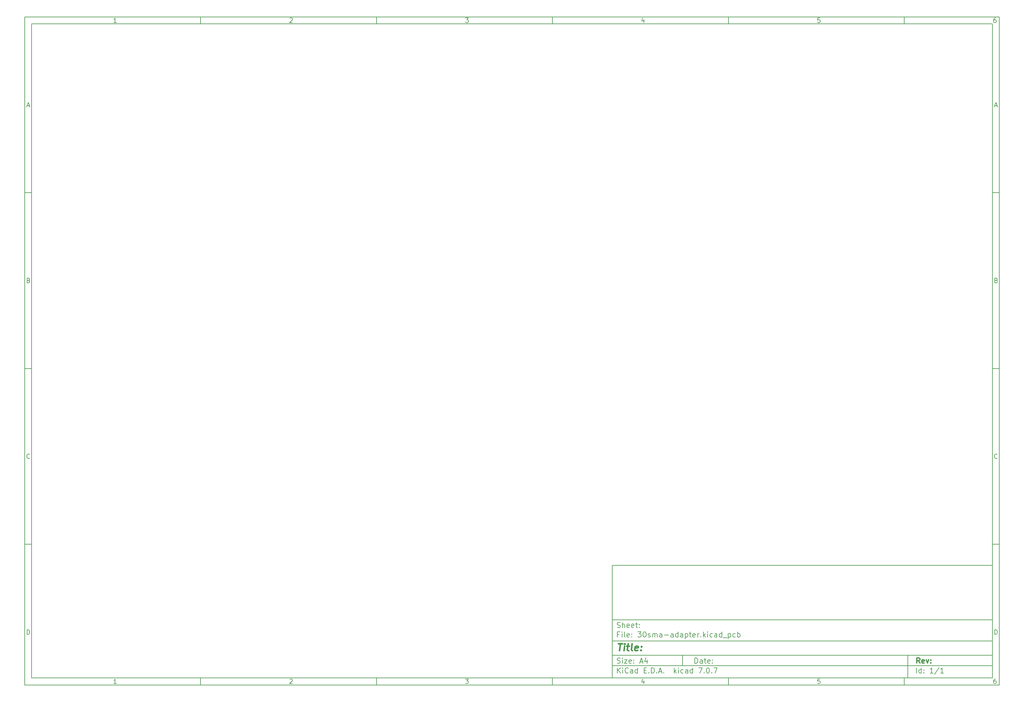
<source format=gbr>
%TF.GenerationSoftware,KiCad,Pcbnew,7.0.7*%
%TF.CreationDate,2023-09-22T00:52:09+02:00*%
%TF.ProjectId,30sma-adapter,3330736d-612d-4616-9461-707465722e6b,rev?*%
%TF.SameCoordinates,Original*%
%TF.FileFunction,Glue,Bot*%
%TF.FilePolarity,Positive*%
%FSLAX46Y46*%
G04 Gerber Fmt 4.6, Leading zero omitted, Abs format (unit mm)*
G04 Created by KiCad (PCBNEW 7.0.7) date 2023-09-22 00:52:09*
%MOMM*%
%LPD*%
G01*
G04 APERTURE LIST*
%ADD10C,0.100000*%
%ADD11C,0.150000*%
%ADD12C,0.300000*%
%ADD13C,0.400000*%
G04 APERTURE END LIST*
D10*
D11*
X177002200Y-166007200D02*
X285002200Y-166007200D01*
X285002200Y-198007200D01*
X177002200Y-198007200D01*
X177002200Y-166007200D01*
D10*
D11*
X10000000Y-10000000D02*
X287002200Y-10000000D01*
X287002200Y-200007200D01*
X10000000Y-200007200D01*
X10000000Y-10000000D01*
D10*
D11*
X12000000Y-12000000D02*
X285002200Y-12000000D01*
X285002200Y-198007200D01*
X12000000Y-198007200D01*
X12000000Y-12000000D01*
D10*
D11*
X60000000Y-12000000D02*
X60000000Y-10000000D01*
D10*
D11*
X110000000Y-12000000D02*
X110000000Y-10000000D01*
D10*
D11*
X160000000Y-12000000D02*
X160000000Y-10000000D01*
D10*
D11*
X210000000Y-12000000D02*
X210000000Y-10000000D01*
D10*
D11*
X260000000Y-12000000D02*
X260000000Y-10000000D01*
D10*
D11*
X36089160Y-11593604D02*
X35346303Y-11593604D01*
X35717731Y-11593604D02*
X35717731Y-10293604D01*
X35717731Y-10293604D02*
X35593922Y-10479319D01*
X35593922Y-10479319D02*
X35470112Y-10603128D01*
X35470112Y-10603128D02*
X35346303Y-10665033D01*
D10*
D11*
X85346303Y-10417414D02*
X85408207Y-10355509D01*
X85408207Y-10355509D02*
X85532017Y-10293604D01*
X85532017Y-10293604D02*
X85841541Y-10293604D01*
X85841541Y-10293604D02*
X85965350Y-10355509D01*
X85965350Y-10355509D02*
X86027255Y-10417414D01*
X86027255Y-10417414D02*
X86089160Y-10541223D01*
X86089160Y-10541223D02*
X86089160Y-10665033D01*
X86089160Y-10665033D02*
X86027255Y-10850747D01*
X86027255Y-10850747D02*
X85284398Y-11593604D01*
X85284398Y-11593604D02*
X86089160Y-11593604D01*
D10*
D11*
X135284398Y-10293604D02*
X136089160Y-10293604D01*
X136089160Y-10293604D02*
X135655826Y-10788842D01*
X135655826Y-10788842D02*
X135841541Y-10788842D01*
X135841541Y-10788842D02*
X135965350Y-10850747D01*
X135965350Y-10850747D02*
X136027255Y-10912652D01*
X136027255Y-10912652D02*
X136089160Y-11036461D01*
X136089160Y-11036461D02*
X136089160Y-11345985D01*
X136089160Y-11345985D02*
X136027255Y-11469795D01*
X136027255Y-11469795D02*
X135965350Y-11531700D01*
X135965350Y-11531700D02*
X135841541Y-11593604D01*
X135841541Y-11593604D02*
X135470112Y-11593604D01*
X135470112Y-11593604D02*
X135346303Y-11531700D01*
X135346303Y-11531700D02*
X135284398Y-11469795D01*
D10*
D11*
X185965350Y-10726938D02*
X185965350Y-11593604D01*
X185655826Y-10231700D02*
X185346303Y-11160271D01*
X185346303Y-11160271D02*
X186151064Y-11160271D01*
D10*
D11*
X236027255Y-10293604D02*
X235408207Y-10293604D01*
X235408207Y-10293604D02*
X235346303Y-10912652D01*
X235346303Y-10912652D02*
X235408207Y-10850747D01*
X235408207Y-10850747D02*
X235532017Y-10788842D01*
X235532017Y-10788842D02*
X235841541Y-10788842D01*
X235841541Y-10788842D02*
X235965350Y-10850747D01*
X235965350Y-10850747D02*
X236027255Y-10912652D01*
X236027255Y-10912652D02*
X236089160Y-11036461D01*
X236089160Y-11036461D02*
X236089160Y-11345985D01*
X236089160Y-11345985D02*
X236027255Y-11469795D01*
X236027255Y-11469795D02*
X235965350Y-11531700D01*
X235965350Y-11531700D02*
X235841541Y-11593604D01*
X235841541Y-11593604D02*
X235532017Y-11593604D01*
X235532017Y-11593604D02*
X235408207Y-11531700D01*
X235408207Y-11531700D02*
X235346303Y-11469795D01*
D10*
D11*
X285965350Y-10293604D02*
X285717731Y-10293604D01*
X285717731Y-10293604D02*
X285593922Y-10355509D01*
X285593922Y-10355509D02*
X285532017Y-10417414D01*
X285532017Y-10417414D02*
X285408207Y-10603128D01*
X285408207Y-10603128D02*
X285346303Y-10850747D01*
X285346303Y-10850747D02*
X285346303Y-11345985D01*
X285346303Y-11345985D02*
X285408207Y-11469795D01*
X285408207Y-11469795D02*
X285470112Y-11531700D01*
X285470112Y-11531700D02*
X285593922Y-11593604D01*
X285593922Y-11593604D02*
X285841541Y-11593604D01*
X285841541Y-11593604D02*
X285965350Y-11531700D01*
X285965350Y-11531700D02*
X286027255Y-11469795D01*
X286027255Y-11469795D02*
X286089160Y-11345985D01*
X286089160Y-11345985D02*
X286089160Y-11036461D01*
X286089160Y-11036461D02*
X286027255Y-10912652D01*
X286027255Y-10912652D02*
X285965350Y-10850747D01*
X285965350Y-10850747D02*
X285841541Y-10788842D01*
X285841541Y-10788842D02*
X285593922Y-10788842D01*
X285593922Y-10788842D02*
X285470112Y-10850747D01*
X285470112Y-10850747D02*
X285408207Y-10912652D01*
X285408207Y-10912652D02*
X285346303Y-11036461D01*
D10*
D11*
X60000000Y-198007200D02*
X60000000Y-200007200D01*
D10*
D11*
X110000000Y-198007200D02*
X110000000Y-200007200D01*
D10*
D11*
X160000000Y-198007200D02*
X160000000Y-200007200D01*
D10*
D11*
X210000000Y-198007200D02*
X210000000Y-200007200D01*
D10*
D11*
X260000000Y-198007200D02*
X260000000Y-200007200D01*
D10*
D11*
X36089160Y-199600804D02*
X35346303Y-199600804D01*
X35717731Y-199600804D02*
X35717731Y-198300804D01*
X35717731Y-198300804D02*
X35593922Y-198486519D01*
X35593922Y-198486519D02*
X35470112Y-198610328D01*
X35470112Y-198610328D02*
X35346303Y-198672233D01*
D10*
D11*
X85346303Y-198424614D02*
X85408207Y-198362709D01*
X85408207Y-198362709D02*
X85532017Y-198300804D01*
X85532017Y-198300804D02*
X85841541Y-198300804D01*
X85841541Y-198300804D02*
X85965350Y-198362709D01*
X85965350Y-198362709D02*
X86027255Y-198424614D01*
X86027255Y-198424614D02*
X86089160Y-198548423D01*
X86089160Y-198548423D02*
X86089160Y-198672233D01*
X86089160Y-198672233D02*
X86027255Y-198857947D01*
X86027255Y-198857947D02*
X85284398Y-199600804D01*
X85284398Y-199600804D02*
X86089160Y-199600804D01*
D10*
D11*
X135284398Y-198300804D02*
X136089160Y-198300804D01*
X136089160Y-198300804D02*
X135655826Y-198796042D01*
X135655826Y-198796042D02*
X135841541Y-198796042D01*
X135841541Y-198796042D02*
X135965350Y-198857947D01*
X135965350Y-198857947D02*
X136027255Y-198919852D01*
X136027255Y-198919852D02*
X136089160Y-199043661D01*
X136089160Y-199043661D02*
X136089160Y-199353185D01*
X136089160Y-199353185D02*
X136027255Y-199476995D01*
X136027255Y-199476995D02*
X135965350Y-199538900D01*
X135965350Y-199538900D02*
X135841541Y-199600804D01*
X135841541Y-199600804D02*
X135470112Y-199600804D01*
X135470112Y-199600804D02*
X135346303Y-199538900D01*
X135346303Y-199538900D02*
X135284398Y-199476995D01*
D10*
D11*
X185965350Y-198734138D02*
X185965350Y-199600804D01*
X185655826Y-198238900D02*
X185346303Y-199167471D01*
X185346303Y-199167471D02*
X186151064Y-199167471D01*
D10*
D11*
X236027255Y-198300804D02*
X235408207Y-198300804D01*
X235408207Y-198300804D02*
X235346303Y-198919852D01*
X235346303Y-198919852D02*
X235408207Y-198857947D01*
X235408207Y-198857947D02*
X235532017Y-198796042D01*
X235532017Y-198796042D02*
X235841541Y-198796042D01*
X235841541Y-198796042D02*
X235965350Y-198857947D01*
X235965350Y-198857947D02*
X236027255Y-198919852D01*
X236027255Y-198919852D02*
X236089160Y-199043661D01*
X236089160Y-199043661D02*
X236089160Y-199353185D01*
X236089160Y-199353185D02*
X236027255Y-199476995D01*
X236027255Y-199476995D02*
X235965350Y-199538900D01*
X235965350Y-199538900D02*
X235841541Y-199600804D01*
X235841541Y-199600804D02*
X235532017Y-199600804D01*
X235532017Y-199600804D02*
X235408207Y-199538900D01*
X235408207Y-199538900D02*
X235346303Y-199476995D01*
D10*
D11*
X285965350Y-198300804D02*
X285717731Y-198300804D01*
X285717731Y-198300804D02*
X285593922Y-198362709D01*
X285593922Y-198362709D02*
X285532017Y-198424614D01*
X285532017Y-198424614D02*
X285408207Y-198610328D01*
X285408207Y-198610328D02*
X285346303Y-198857947D01*
X285346303Y-198857947D02*
X285346303Y-199353185D01*
X285346303Y-199353185D02*
X285408207Y-199476995D01*
X285408207Y-199476995D02*
X285470112Y-199538900D01*
X285470112Y-199538900D02*
X285593922Y-199600804D01*
X285593922Y-199600804D02*
X285841541Y-199600804D01*
X285841541Y-199600804D02*
X285965350Y-199538900D01*
X285965350Y-199538900D02*
X286027255Y-199476995D01*
X286027255Y-199476995D02*
X286089160Y-199353185D01*
X286089160Y-199353185D02*
X286089160Y-199043661D01*
X286089160Y-199043661D02*
X286027255Y-198919852D01*
X286027255Y-198919852D02*
X285965350Y-198857947D01*
X285965350Y-198857947D02*
X285841541Y-198796042D01*
X285841541Y-198796042D02*
X285593922Y-198796042D01*
X285593922Y-198796042D02*
X285470112Y-198857947D01*
X285470112Y-198857947D02*
X285408207Y-198919852D01*
X285408207Y-198919852D02*
X285346303Y-199043661D01*
D10*
D11*
X10000000Y-60000000D02*
X12000000Y-60000000D01*
D10*
D11*
X10000000Y-110000000D02*
X12000000Y-110000000D01*
D10*
D11*
X10000000Y-160000000D02*
X12000000Y-160000000D01*
D10*
D11*
X10690476Y-35222176D02*
X11309523Y-35222176D01*
X10566666Y-35593604D02*
X10999999Y-34293604D01*
X10999999Y-34293604D02*
X11433333Y-35593604D01*
D10*
D11*
X11092857Y-84912652D02*
X11278571Y-84974557D01*
X11278571Y-84974557D02*
X11340476Y-85036461D01*
X11340476Y-85036461D02*
X11402380Y-85160271D01*
X11402380Y-85160271D02*
X11402380Y-85345985D01*
X11402380Y-85345985D02*
X11340476Y-85469795D01*
X11340476Y-85469795D02*
X11278571Y-85531700D01*
X11278571Y-85531700D02*
X11154761Y-85593604D01*
X11154761Y-85593604D02*
X10659523Y-85593604D01*
X10659523Y-85593604D02*
X10659523Y-84293604D01*
X10659523Y-84293604D02*
X11092857Y-84293604D01*
X11092857Y-84293604D02*
X11216666Y-84355509D01*
X11216666Y-84355509D02*
X11278571Y-84417414D01*
X11278571Y-84417414D02*
X11340476Y-84541223D01*
X11340476Y-84541223D02*
X11340476Y-84665033D01*
X11340476Y-84665033D02*
X11278571Y-84788842D01*
X11278571Y-84788842D02*
X11216666Y-84850747D01*
X11216666Y-84850747D02*
X11092857Y-84912652D01*
X11092857Y-84912652D02*
X10659523Y-84912652D01*
D10*
D11*
X11402380Y-135469795D02*
X11340476Y-135531700D01*
X11340476Y-135531700D02*
X11154761Y-135593604D01*
X11154761Y-135593604D02*
X11030952Y-135593604D01*
X11030952Y-135593604D02*
X10845238Y-135531700D01*
X10845238Y-135531700D02*
X10721428Y-135407890D01*
X10721428Y-135407890D02*
X10659523Y-135284080D01*
X10659523Y-135284080D02*
X10597619Y-135036461D01*
X10597619Y-135036461D02*
X10597619Y-134850747D01*
X10597619Y-134850747D02*
X10659523Y-134603128D01*
X10659523Y-134603128D02*
X10721428Y-134479319D01*
X10721428Y-134479319D02*
X10845238Y-134355509D01*
X10845238Y-134355509D02*
X11030952Y-134293604D01*
X11030952Y-134293604D02*
X11154761Y-134293604D01*
X11154761Y-134293604D02*
X11340476Y-134355509D01*
X11340476Y-134355509D02*
X11402380Y-134417414D01*
D10*
D11*
X10659523Y-185593604D02*
X10659523Y-184293604D01*
X10659523Y-184293604D02*
X10969047Y-184293604D01*
X10969047Y-184293604D02*
X11154761Y-184355509D01*
X11154761Y-184355509D02*
X11278571Y-184479319D01*
X11278571Y-184479319D02*
X11340476Y-184603128D01*
X11340476Y-184603128D02*
X11402380Y-184850747D01*
X11402380Y-184850747D02*
X11402380Y-185036461D01*
X11402380Y-185036461D02*
X11340476Y-185284080D01*
X11340476Y-185284080D02*
X11278571Y-185407890D01*
X11278571Y-185407890D02*
X11154761Y-185531700D01*
X11154761Y-185531700D02*
X10969047Y-185593604D01*
X10969047Y-185593604D02*
X10659523Y-185593604D01*
D10*
D11*
X287002200Y-60000000D02*
X285002200Y-60000000D01*
D10*
D11*
X287002200Y-110000000D02*
X285002200Y-110000000D01*
D10*
D11*
X287002200Y-160000000D02*
X285002200Y-160000000D01*
D10*
D11*
X285692676Y-35222176D02*
X286311723Y-35222176D01*
X285568866Y-35593604D02*
X286002199Y-34293604D01*
X286002199Y-34293604D02*
X286435533Y-35593604D01*
D10*
D11*
X286095057Y-84912652D02*
X286280771Y-84974557D01*
X286280771Y-84974557D02*
X286342676Y-85036461D01*
X286342676Y-85036461D02*
X286404580Y-85160271D01*
X286404580Y-85160271D02*
X286404580Y-85345985D01*
X286404580Y-85345985D02*
X286342676Y-85469795D01*
X286342676Y-85469795D02*
X286280771Y-85531700D01*
X286280771Y-85531700D02*
X286156961Y-85593604D01*
X286156961Y-85593604D02*
X285661723Y-85593604D01*
X285661723Y-85593604D02*
X285661723Y-84293604D01*
X285661723Y-84293604D02*
X286095057Y-84293604D01*
X286095057Y-84293604D02*
X286218866Y-84355509D01*
X286218866Y-84355509D02*
X286280771Y-84417414D01*
X286280771Y-84417414D02*
X286342676Y-84541223D01*
X286342676Y-84541223D02*
X286342676Y-84665033D01*
X286342676Y-84665033D02*
X286280771Y-84788842D01*
X286280771Y-84788842D02*
X286218866Y-84850747D01*
X286218866Y-84850747D02*
X286095057Y-84912652D01*
X286095057Y-84912652D02*
X285661723Y-84912652D01*
D10*
D11*
X286404580Y-135469795D02*
X286342676Y-135531700D01*
X286342676Y-135531700D02*
X286156961Y-135593604D01*
X286156961Y-135593604D02*
X286033152Y-135593604D01*
X286033152Y-135593604D02*
X285847438Y-135531700D01*
X285847438Y-135531700D02*
X285723628Y-135407890D01*
X285723628Y-135407890D02*
X285661723Y-135284080D01*
X285661723Y-135284080D02*
X285599819Y-135036461D01*
X285599819Y-135036461D02*
X285599819Y-134850747D01*
X285599819Y-134850747D02*
X285661723Y-134603128D01*
X285661723Y-134603128D02*
X285723628Y-134479319D01*
X285723628Y-134479319D02*
X285847438Y-134355509D01*
X285847438Y-134355509D02*
X286033152Y-134293604D01*
X286033152Y-134293604D02*
X286156961Y-134293604D01*
X286156961Y-134293604D02*
X286342676Y-134355509D01*
X286342676Y-134355509D02*
X286404580Y-134417414D01*
D10*
D11*
X285661723Y-185593604D02*
X285661723Y-184293604D01*
X285661723Y-184293604D02*
X285971247Y-184293604D01*
X285971247Y-184293604D02*
X286156961Y-184355509D01*
X286156961Y-184355509D02*
X286280771Y-184479319D01*
X286280771Y-184479319D02*
X286342676Y-184603128D01*
X286342676Y-184603128D02*
X286404580Y-184850747D01*
X286404580Y-184850747D02*
X286404580Y-185036461D01*
X286404580Y-185036461D02*
X286342676Y-185284080D01*
X286342676Y-185284080D02*
X286280771Y-185407890D01*
X286280771Y-185407890D02*
X286156961Y-185531700D01*
X286156961Y-185531700D02*
X285971247Y-185593604D01*
X285971247Y-185593604D02*
X285661723Y-185593604D01*
D10*
D11*
X200458026Y-193793328D02*
X200458026Y-192293328D01*
X200458026Y-192293328D02*
X200815169Y-192293328D01*
X200815169Y-192293328D02*
X201029455Y-192364757D01*
X201029455Y-192364757D02*
X201172312Y-192507614D01*
X201172312Y-192507614D02*
X201243741Y-192650471D01*
X201243741Y-192650471D02*
X201315169Y-192936185D01*
X201315169Y-192936185D02*
X201315169Y-193150471D01*
X201315169Y-193150471D02*
X201243741Y-193436185D01*
X201243741Y-193436185D02*
X201172312Y-193579042D01*
X201172312Y-193579042D02*
X201029455Y-193721900D01*
X201029455Y-193721900D02*
X200815169Y-193793328D01*
X200815169Y-193793328D02*
X200458026Y-193793328D01*
X202600884Y-193793328D02*
X202600884Y-193007614D01*
X202600884Y-193007614D02*
X202529455Y-192864757D01*
X202529455Y-192864757D02*
X202386598Y-192793328D01*
X202386598Y-192793328D02*
X202100884Y-192793328D01*
X202100884Y-192793328D02*
X201958026Y-192864757D01*
X202600884Y-193721900D02*
X202458026Y-193793328D01*
X202458026Y-193793328D02*
X202100884Y-193793328D01*
X202100884Y-193793328D02*
X201958026Y-193721900D01*
X201958026Y-193721900D02*
X201886598Y-193579042D01*
X201886598Y-193579042D02*
X201886598Y-193436185D01*
X201886598Y-193436185D02*
X201958026Y-193293328D01*
X201958026Y-193293328D02*
X202100884Y-193221900D01*
X202100884Y-193221900D02*
X202458026Y-193221900D01*
X202458026Y-193221900D02*
X202600884Y-193150471D01*
X203100884Y-192793328D02*
X203672312Y-192793328D01*
X203315169Y-192293328D02*
X203315169Y-193579042D01*
X203315169Y-193579042D02*
X203386598Y-193721900D01*
X203386598Y-193721900D02*
X203529455Y-193793328D01*
X203529455Y-193793328D02*
X203672312Y-193793328D01*
X204743741Y-193721900D02*
X204600884Y-193793328D01*
X204600884Y-193793328D02*
X204315170Y-193793328D01*
X204315170Y-193793328D02*
X204172312Y-193721900D01*
X204172312Y-193721900D02*
X204100884Y-193579042D01*
X204100884Y-193579042D02*
X204100884Y-193007614D01*
X204100884Y-193007614D02*
X204172312Y-192864757D01*
X204172312Y-192864757D02*
X204315170Y-192793328D01*
X204315170Y-192793328D02*
X204600884Y-192793328D01*
X204600884Y-192793328D02*
X204743741Y-192864757D01*
X204743741Y-192864757D02*
X204815170Y-193007614D01*
X204815170Y-193007614D02*
X204815170Y-193150471D01*
X204815170Y-193150471D02*
X204100884Y-193293328D01*
X205458026Y-193650471D02*
X205529455Y-193721900D01*
X205529455Y-193721900D02*
X205458026Y-193793328D01*
X205458026Y-193793328D02*
X205386598Y-193721900D01*
X205386598Y-193721900D02*
X205458026Y-193650471D01*
X205458026Y-193650471D02*
X205458026Y-193793328D01*
X205458026Y-192864757D02*
X205529455Y-192936185D01*
X205529455Y-192936185D02*
X205458026Y-193007614D01*
X205458026Y-193007614D02*
X205386598Y-192936185D01*
X205386598Y-192936185D02*
X205458026Y-192864757D01*
X205458026Y-192864757D02*
X205458026Y-193007614D01*
D10*
D11*
X177002200Y-194507200D02*
X285002200Y-194507200D01*
D10*
D11*
X178458026Y-196593328D02*
X178458026Y-195093328D01*
X179315169Y-196593328D02*
X178672312Y-195736185D01*
X179315169Y-195093328D02*
X178458026Y-195950471D01*
X179958026Y-196593328D02*
X179958026Y-195593328D01*
X179958026Y-195093328D02*
X179886598Y-195164757D01*
X179886598Y-195164757D02*
X179958026Y-195236185D01*
X179958026Y-195236185D02*
X180029455Y-195164757D01*
X180029455Y-195164757D02*
X179958026Y-195093328D01*
X179958026Y-195093328D02*
X179958026Y-195236185D01*
X181529455Y-196450471D02*
X181458027Y-196521900D01*
X181458027Y-196521900D02*
X181243741Y-196593328D01*
X181243741Y-196593328D02*
X181100884Y-196593328D01*
X181100884Y-196593328D02*
X180886598Y-196521900D01*
X180886598Y-196521900D02*
X180743741Y-196379042D01*
X180743741Y-196379042D02*
X180672312Y-196236185D01*
X180672312Y-196236185D02*
X180600884Y-195950471D01*
X180600884Y-195950471D02*
X180600884Y-195736185D01*
X180600884Y-195736185D02*
X180672312Y-195450471D01*
X180672312Y-195450471D02*
X180743741Y-195307614D01*
X180743741Y-195307614D02*
X180886598Y-195164757D01*
X180886598Y-195164757D02*
X181100884Y-195093328D01*
X181100884Y-195093328D02*
X181243741Y-195093328D01*
X181243741Y-195093328D02*
X181458027Y-195164757D01*
X181458027Y-195164757D02*
X181529455Y-195236185D01*
X182815170Y-196593328D02*
X182815170Y-195807614D01*
X182815170Y-195807614D02*
X182743741Y-195664757D01*
X182743741Y-195664757D02*
X182600884Y-195593328D01*
X182600884Y-195593328D02*
X182315170Y-195593328D01*
X182315170Y-195593328D02*
X182172312Y-195664757D01*
X182815170Y-196521900D02*
X182672312Y-196593328D01*
X182672312Y-196593328D02*
X182315170Y-196593328D01*
X182315170Y-196593328D02*
X182172312Y-196521900D01*
X182172312Y-196521900D02*
X182100884Y-196379042D01*
X182100884Y-196379042D02*
X182100884Y-196236185D01*
X182100884Y-196236185D02*
X182172312Y-196093328D01*
X182172312Y-196093328D02*
X182315170Y-196021900D01*
X182315170Y-196021900D02*
X182672312Y-196021900D01*
X182672312Y-196021900D02*
X182815170Y-195950471D01*
X184172313Y-196593328D02*
X184172313Y-195093328D01*
X184172313Y-196521900D02*
X184029455Y-196593328D01*
X184029455Y-196593328D02*
X183743741Y-196593328D01*
X183743741Y-196593328D02*
X183600884Y-196521900D01*
X183600884Y-196521900D02*
X183529455Y-196450471D01*
X183529455Y-196450471D02*
X183458027Y-196307614D01*
X183458027Y-196307614D02*
X183458027Y-195879042D01*
X183458027Y-195879042D02*
X183529455Y-195736185D01*
X183529455Y-195736185D02*
X183600884Y-195664757D01*
X183600884Y-195664757D02*
X183743741Y-195593328D01*
X183743741Y-195593328D02*
X184029455Y-195593328D01*
X184029455Y-195593328D02*
X184172313Y-195664757D01*
X186029455Y-195807614D02*
X186529455Y-195807614D01*
X186743741Y-196593328D02*
X186029455Y-196593328D01*
X186029455Y-196593328D02*
X186029455Y-195093328D01*
X186029455Y-195093328D02*
X186743741Y-195093328D01*
X187386598Y-196450471D02*
X187458027Y-196521900D01*
X187458027Y-196521900D02*
X187386598Y-196593328D01*
X187386598Y-196593328D02*
X187315170Y-196521900D01*
X187315170Y-196521900D02*
X187386598Y-196450471D01*
X187386598Y-196450471D02*
X187386598Y-196593328D01*
X188100884Y-196593328D02*
X188100884Y-195093328D01*
X188100884Y-195093328D02*
X188458027Y-195093328D01*
X188458027Y-195093328D02*
X188672313Y-195164757D01*
X188672313Y-195164757D02*
X188815170Y-195307614D01*
X188815170Y-195307614D02*
X188886599Y-195450471D01*
X188886599Y-195450471D02*
X188958027Y-195736185D01*
X188958027Y-195736185D02*
X188958027Y-195950471D01*
X188958027Y-195950471D02*
X188886599Y-196236185D01*
X188886599Y-196236185D02*
X188815170Y-196379042D01*
X188815170Y-196379042D02*
X188672313Y-196521900D01*
X188672313Y-196521900D02*
X188458027Y-196593328D01*
X188458027Y-196593328D02*
X188100884Y-196593328D01*
X189600884Y-196450471D02*
X189672313Y-196521900D01*
X189672313Y-196521900D02*
X189600884Y-196593328D01*
X189600884Y-196593328D02*
X189529456Y-196521900D01*
X189529456Y-196521900D02*
X189600884Y-196450471D01*
X189600884Y-196450471D02*
X189600884Y-196593328D01*
X190243742Y-196164757D02*
X190958028Y-196164757D01*
X190100885Y-196593328D02*
X190600885Y-195093328D01*
X190600885Y-195093328D02*
X191100885Y-196593328D01*
X191600884Y-196450471D02*
X191672313Y-196521900D01*
X191672313Y-196521900D02*
X191600884Y-196593328D01*
X191600884Y-196593328D02*
X191529456Y-196521900D01*
X191529456Y-196521900D02*
X191600884Y-196450471D01*
X191600884Y-196450471D02*
X191600884Y-196593328D01*
X194600884Y-196593328D02*
X194600884Y-195093328D01*
X194743742Y-196021900D02*
X195172313Y-196593328D01*
X195172313Y-195593328D02*
X194600884Y-196164757D01*
X195815170Y-196593328D02*
X195815170Y-195593328D01*
X195815170Y-195093328D02*
X195743742Y-195164757D01*
X195743742Y-195164757D02*
X195815170Y-195236185D01*
X195815170Y-195236185D02*
X195886599Y-195164757D01*
X195886599Y-195164757D02*
X195815170Y-195093328D01*
X195815170Y-195093328D02*
X195815170Y-195236185D01*
X197172314Y-196521900D02*
X197029456Y-196593328D01*
X197029456Y-196593328D02*
X196743742Y-196593328D01*
X196743742Y-196593328D02*
X196600885Y-196521900D01*
X196600885Y-196521900D02*
X196529456Y-196450471D01*
X196529456Y-196450471D02*
X196458028Y-196307614D01*
X196458028Y-196307614D02*
X196458028Y-195879042D01*
X196458028Y-195879042D02*
X196529456Y-195736185D01*
X196529456Y-195736185D02*
X196600885Y-195664757D01*
X196600885Y-195664757D02*
X196743742Y-195593328D01*
X196743742Y-195593328D02*
X197029456Y-195593328D01*
X197029456Y-195593328D02*
X197172314Y-195664757D01*
X198458028Y-196593328D02*
X198458028Y-195807614D01*
X198458028Y-195807614D02*
X198386599Y-195664757D01*
X198386599Y-195664757D02*
X198243742Y-195593328D01*
X198243742Y-195593328D02*
X197958028Y-195593328D01*
X197958028Y-195593328D02*
X197815170Y-195664757D01*
X198458028Y-196521900D02*
X198315170Y-196593328D01*
X198315170Y-196593328D02*
X197958028Y-196593328D01*
X197958028Y-196593328D02*
X197815170Y-196521900D01*
X197815170Y-196521900D02*
X197743742Y-196379042D01*
X197743742Y-196379042D02*
X197743742Y-196236185D01*
X197743742Y-196236185D02*
X197815170Y-196093328D01*
X197815170Y-196093328D02*
X197958028Y-196021900D01*
X197958028Y-196021900D02*
X198315170Y-196021900D01*
X198315170Y-196021900D02*
X198458028Y-195950471D01*
X199815171Y-196593328D02*
X199815171Y-195093328D01*
X199815171Y-196521900D02*
X199672313Y-196593328D01*
X199672313Y-196593328D02*
X199386599Y-196593328D01*
X199386599Y-196593328D02*
X199243742Y-196521900D01*
X199243742Y-196521900D02*
X199172313Y-196450471D01*
X199172313Y-196450471D02*
X199100885Y-196307614D01*
X199100885Y-196307614D02*
X199100885Y-195879042D01*
X199100885Y-195879042D02*
X199172313Y-195736185D01*
X199172313Y-195736185D02*
X199243742Y-195664757D01*
X199243742Y-195664757D02*
X199386599Y-195593328D01*
X199386599Y-195593328D02*
X199672313Y-195593328D01*
X199672313Y-195593328D02*
X199815171Y-195664757D01*
X201529456Y-195093328D02*
X202529456Y-195093328D01*
X202529456Y-195093328D02*
X201886599Y-196593328D01*
X203100884Y-196450471D02*
X203172313Y-196521900D01*
X203172313Y-196521900D02*
X203100884Y-196593328D01*
X203100884Y-196593328D02*
X203029456Y-196521900D01*
X203029456Y-196521900D02*
X203100884Y-196450471D01*
X203100884Y-196450471D02*
X203100884Y-196593328D01*
X204100885Y-195093328D02*
X204243742Y-195093328D01*
X204243742Y-195093328D02*
X204386599Y-195164757D01*
X204386599Y-195164757D02*
X204458028Y-195236185D01*
X204458028Y-195236185D02*
X204529456Y-195379042D01*
X204529456Y-195379042D02*
X204600885Y-195664757D01*
X204600885Y-195664757D02*
X204600885Y-196021900D01*
X204600885Y-196021900D02*
X204529456Y-196307614D01*
X204529456Y-196307614D02*
X204458028Y-196450471D01*
X204458028Y-196450471D02*
X204386599Y-196521900D01*
X204386599Y-196521900D02*
X204243742Y-196593328D01*
X204243742Y-196593328D02*
X204100885Y-196593328D01*
X204100885Y-196593328D02*
X203958028Y-196521900D01*
X203958028Y-196521900D02*
X203886599Y-196450471D01*
X203886599Y-196450471D02*
X203815170Y-196307614D01*
X203815170Y-196307614D02*
X203743742Y-196021900D01*
X203743742Y-196021900D02*
X203743742Y-195664757D01*
X203743742Y-195664757D02*
X203815170Y-195379042D01*
X203815170Y-195379042D02*
X203886599Y-195236185D01*
X203886599Y-195236185D02*
X203958028Y-195164757D01*
X203958028Y-195164757D02*
X204100885Y-195093328D01*
X205243741Y-196450471D02*
X205315170Y-196521900D01*
X205315170Y-196521900D02*
X205243741Y-196593328D01*
X205243741Y-196593328D02*
X205172313Y-196521900D01*
X205172313Y-196521900D02*
X205243741Y-196450471D01*
X205243741Y-196450471D02*
X205243741Y-196593328D01*
X205815170Y-195093328D02*
X206815170Y-195093328D01*
X206815170Y-195093328D02*
X206172313Y-196593328D01*
D10*
D11*
X177002200Y-191507200D02*
X285002200Y-191507200D01*
D10*
D12*
X264413853Y-193785528D02*
X263913853Y-193071242D01*
X263556710Y-193785528D02*
X263556710Y-192285528D01*
X263556710Y-192285528D02*
X264128139Y-192285528D01*
X264128139Y-192285528D02*
X264270996Y-192356957D01*
X264270996Y-192356957D02*
X264342425Y-192428385D01*
X264342425Y-192428385D02*
X264413853Y-192571242D01*
X264413853Y-192571242D02*
X264413853Y-192785528D01*
X264413853Y-192785528D02*
X264342425Y-192928385D01*
X264342425Y-192928385D02*
X264270996Y-192999814D01*
X264270996Y-192999814D02*
X264128139Y-193071242D01*
X264128139Y-193071242D02*
X263556710Y-193071242D01*
X265628139Y-193714100D02*
X265485282Y-193785528D01*
X265485282Y-193785528D02*
X265199568Y-193785528D01*
X265199568Y-193785528D02*
X265056710Y-193714100D01*
X265056710Y-193714100D02*
X264985282Y-193571242D01*
X264985282Y-193571242D02*
X264985282Y-192999814D01*
X264985282Y-192999814D02*
X265056710Y-192856957D01*
X265056710Y-192856957D02*
X265199568Y-192785528D01*
X265199568Y-192785528D02*
X265485282Y-192785528D01*
X265485282Y-192785528D02*
X265628139Y-192856957D01*
X265628139Y-192856957D02*
X265699568Y-192999814D01*
X265699568Y-192999814D02*
X265699568Y-193142671D01*
X265699568Y-193142671D02*
X264985282Y-193285528D01*
X266199567Y-192785528D02*
X266556710Y-193785528D01*
X266556710Y-193785528D02*
X266913853Y-192785528D01*
X267485281Y-193642671D02*
X267556710Y-193714100D01*
X267556710Y-193714100D02*
X267485281Y-193785528D01*
X267485281Y-193785528D02*
X267413853Y-193714100D01*
X267413853Y-193714100D02*
X267485281Y-193642671D01*
X267485281Y-193642671D02*
X267485281Y-193785528D01*
X267485281Y-192856957D02*
X267556710Y-192928385D01*
X267556710Y-192928385D02*
X267485281Y-192999814D01*
X267485281Y-192999814D02*
X267413853Y-192928385D01*
X267413853Y-192928385D02*
X267485281Y-192856957D01*
X267485281Y-192856957D02*
X267485281Y-192999814D01*
D10*
D11*
X178386598Y-193721900D02*
X178600884Y-193793328D01*
X178600884Y-193793328D02*
X178958026Y-193793328D01*
X178958026Y-193793328D02*
X179100884Y-193721900D01*
X179100884Y-193721900D02*
X179172312Y-193650471D01*
X179172312Y-193650471D02*
X179243741Y-193507614D01*
X179243741Y-193507614D02*
X179243741Y-193364757D01*
X179243741Y-193364757D02*
X179172312Y-193221900D01*
X179172312Y-193221900D02*
X179100884Y-193150471D01*
X179100884Y-193150471D02*
X178958026Y-193079042D01*
X178958026Y-193079042D02*
X178672312Y-193007614D01*
X178672312Y-193007614D02*
X178529455Y-192936185D01*
X178529455Y-192936185D02*
X178458026Y-192864757D01*
X178458026Y-192864757D02*
X178386598Y-192721900D01*
X178386598Y-192721900D02*
X178386598Y-192579042D01*
X178386598Y-192579042D02*
X178458026Y-192436185D01*
X178458026Y-192436185D02*
X178529455Y-192364757D01*
X178529455Y-192364757D02*
X178672312Y-192293328D01*
X178672312Y-192293328D02*
X179029455Y-192293328D01*
X179029455Y-192293328D02*
X179243741Y-192364757D01*
X179886597Y-193793328D02*
X179886597Y-192793328D01*
X179886597Y-192293328D02*
X179815169Y-192364757D01*
X179815169Y-192364757D02*
X179886597Y-192436185D01*
X179886597Y-192436185D02*
X179958026Y-192364757D01*
X179958026Y-192364757D02*
X179886597Y-192293328D01*
X179886597Y-192293328D02*
X179886597Y-192436185D01*
X180458026Y-192793328D02*
X181243741Y-192793328D01*
X181243741Y-192793328D02*
X180458026Y-193793328D01*
X180458026Y-193793328D02*
X181243741Y-193793328D01*
X182386598Y-193721900D02*
X182243741Y-193793328D01*
X182243741Y-193793328D02*
X181958027Y-193793328D01*
X181958027Y-193793328D02*
X181815169Y-193721900D01*
X181815169Y-193721900D02*
X181743741Y-193579042D01*
X181743741Y-193579042D02*
X181743741Y-193007614D01*
X181743741Y-193007614D02*
X181815169Y-192864757D01*
X181815169Y-192864757D02*
X181958027Y-192793328D01*
X181958027Y-192793328D02*
X182243741Y-192793328D01*
X182243741Y-192793328D02*
X182386598Y-192864757D01*
X182386598Y-192864757D02*
X182458027Y-193007614D01*
X182458027Y-193007614D02*
X182458027Y-193150471D01*
X182458027Y-193150471D02*
X181743741Y-193293328D01*
X183100883Y-193650471D02*
X183172312Y-193721900D01*
X183172312Y-193721900D02*
X183100883Y-193793328D01*
X183100883Y-193793328D02*
X183029455Y-193721900D01*
X183029455Y-193721900D02*
X183100883Y-193650471D01*
X183100883Y-193650471D02*
X183100883Y-193793328D01*
X183100883Y-192864757D02*
X183172312Y-192936185D01*
X183172312Y-192936185D02*
X183100883Y-193007614D01*
X183100883Y-193007614D02*
X183029455Y-192936185D01*
X183029455Y-192936185D02*
X183100883Y-192864757D01*
X183100883Y-192864757D02*
X183100883Y-193007614D01*
X184886598Y-193364757D02*
X185600884Y-193364757D01*
X184743741Y-193793328D02*
X185243741Y-192293328D01*
X185243741Y-192293328D02*
X185743741Y-193793328D01*
X186886598Y-192793328D02*
X186886598Y-193793328D01*
X186529455Y-192221900D02*
X186172312Y-193293328D01*
X186172312Y-193293328D02*
X187100883Y-193293328D01*
D10*
D11*
X263458026Y-196593328D02*
X263458026Y-195093328D01*
X264815170Y-196593328D02*
X264815170Y-195093328D01*
X264815170Y-196521900D02*
X264672312Y-196593328D01*
X264672312Y-196593328D02*
X264386598Y-196593328D01*
X264386598Y-196593328D02*
X264243741Y-196521900D01*
X264243741Y-196521900D02*
X264172312Y-196450471D01*
X264172312Y-196450471D02*
X264100884Y-196307614D01*
X264100884Y-196307614D02*
X264100884Y-195879042D01*
X264100884Y-195879042D02*
X264172312Y-195736185D01*
X264172312Y-195736185D02*
X264243741Y-195664757D01*
X264243741Y-195664757D02*
X264386598Y-195593328D01*
X264386598Y-195593328D02*
X264672312Y-195593328D01*
X264672312Y-195593328D02*
X264815170Y-195664757D01*
X265529455Y-196450471D02*
X265600884Y-196521900D01*
X265600884Y-196521900D02*
X265529455Y-196593328D01*
X265529455Y-196593328D02*
X265458027Y-196521900D01*
X265458027Y-196521900D02*
X265529455Y-196450471D01*
X265529455Y-196450471D02*
X265529455Y-196593328D01*
X265529455Y-195664757D02*
X265600884Y-195736185D01*
X265600884Y-195736185D02*
X265529455Y-195807614D01*
X265529455Y-195807614D02*
X265458027Y-195736185D01*
X265458027Y-195736185D02*
X265529455Y-195664757D01*
X265529455Y-195664757D02*
X265529455Y-195807614D01*
X268172313Y-196593328D02*
X267315170Y-196593328D01*
X267743741Y-196593328D02*
X267743741Y-195093328D01*
X267743741Y-195093328D02*
X267600884Y-195307614D01*
X267600884Y-195307614D02*
X267458027Y-195450471D01*
X267458027Y-195450471D02*
X267315170Y-195521900D01*
X269886598Y-195021900D02*
X268600884Y-196950471D01*
X271172313Y-196593328D02*
X270315170Y-196593328D01*
X270743741Y-196593328D02*
X270743741Y-195093328D01*
X270743741Y-195093328D02*
X270600884Y-195307614D01*
X270600884Y-195307614D02*
X270458027Y-195450471D01*
X270458027Y-195450471D02*
X270315170Y-195521900D01*
D10*
D11*
X177002200Y-187507200D02*
X285002200Y-187507200D01*
D10*
D13*
X178693928Y-188211638D02*
X179836785Y-188211638D01*
X179015357Y-190211638D02*
X179265357Y-188211638D01*
X180253452Y-190211638D02*
X180420119Y-188878304D01*
X180503452Y-188211638D02*
X180396309Y-188306876D01*
X180396309Y-188306876D02*
X180479643Y-188402114D01*
X180479643Y-188402114D02*
X180586786Y-188306876D01*
X180586786Y-188306876D02*
X180503452Y-188211638D01*
X180503452Y-188211638D02*
X180479643Y-188402114D01*
X181086786Y-188878304D02*
X181848690Y-188878304D01*
X181455833Y-188211638D02*
X181241548Y-189925923D01*
X181241548Y-189925923D02*
X181312976Y-190116400D01*
X181312976Y-190116400D02*
X181491548Y-190211638D01*
X181491548Y-190211638D02*
X181682024Y-190211638D01*
X182634405Y-190211638D02*
X182455833Y-190116400D01*
X182455833Y-190116400D02*
X182384405Y-189925923D01*
X182384405Y-189925923D02*
X182598690Y-188211638D01*
X184170119Y-190116400D02*
X183967738Y-190211638D01*
X183967738Y-190211638D02*
X183586785Y-190211638D01*
X183586785Y-190211638D02*
X183408214Y-190116400D01*
X183408214Y-190116400D02*
X183336785Y-189925923D01*
X183336785Y-189925923D02*
X183432024Y-189164019D01*
X183432024Y-189164019D02*
X183551071Y-188973542D01*
X183551071Y-188973542D02*
X183753452Y-188878304D01*
X183753452Y-188878304D02*
X184134404Y-188878304D01*
X184134404Y-188878304D02*
X184312976Y-188973542D01*
X184312976Y-188973542D02*
X184384404Y-189164019D01*
X184384404Y-189164019D02*
X184360595Y-189354495D01*
X184360595Y-189354495D02*
X183384404Y-189544971D01*
X185134405Y-190021161D02*
X185217738Y-190116400D01*
X185217738Y-190116400D02*
X185110595Y-190211638D01*
X185110595Y-190211638D02*
X185027262Y-190116400D01*
X185027262Y-190116400D02*
X185134405Y-190021161D01*
X185134405Y-190021161D02*
X185110595Y-190211638D01*
X185265357Y-188973542D02*
X185348690Y-189068780D01*
X185348690Y-189068780D02*
X185241548Y-189164019D01*
X185241548Y-189164019D02*
X185158214Y-189068780D01*
X185158214Y-189068780D02*
X185265357Y-188973542D01*
X185265357Y-188973542D02*
X185241548Y-189164019D01*
D10*
D11*
X178958026Y-185607614D02*
X178458026Y-185607614D01*
X178458026Y-186393328D02*
X178458026Y-184893328D01*
X178458026Y-184893328D02*
X179172312Y-184893328D01*
X179743740Y-186393328D02*
X179743740Y-185393328D01*
X179743740Y-184893328D02*
X179672312Y-184964757D01*
X179672312Y-184964757D02*
X179743740Y-185036185D01*
X179743740Y-185036185D02*
X179815169Y-184964757D01*
X179815169Y-184964757D02*
X179743740Y-184893328D01*
X179743740Y-184893328D02*
X179743740Y-185036185D01*
X180672312Y-186393328D02*
X180529455Y-186321900D01*
X180529455Y-186321900D02*
X180458026Y-186179042D01*
X180458026Y-186179042D02*
X180458026Y-184893328D01*
X181815169Y-186321900D02*
X181672312Y-186393328D01*
X181672312Y-186393328D02*
X181386598Y-186393328D01*
X181386598Y-186393328D02*
X181243740Y-186321900D01*
X181243740Y-186321900D02*
X181172312Y-186179042D01*
X181172312Y-186179042D02*
X181172312Y-185607614D01*
X181172312Y-185607614D02*
X181243740Y-185464757D01*
X181243740Y-185464757D02*
X181386598Y-185393328D01*
X181386598Y-185393328D02*
X181672312Y-185393328D01*
X181672312Y-185393328D02*
X181815169Y-185464757D01*
X181815169Y-185464757D02*
X181886598Y-185607614D01*
X181886598Y-185607614D02*
X181886598Y-185750471D01*
X181886598Y-185750471D02*
X181172312Y-185893328D01*
X182529454Y-186250471D02*
X182600883Y-186321900D01*
X182600883Y-186321900D02*
X182529454Y-186393328D01*
X182529454Y-186393328D02*
X182458026Y-186321900D01*
X182458026Y-186321900D02*
X182529454Y-186250471D01*
X182529454Y-186250471D02*
X182529454Y-186393328D01*
X182529454Y-185464757D02*
X182600883Y-185536185D01*
X182600883Y-185536185D02*
X182529454Y-185607614D01*
X182529454Y-185607614D02*
X182458026Y-185536185D01*
X182458026Y-185536185D02*
X182529454Y-185464757D01*
X182529454Y-185464757D02*
X182529454Y-185607614D01*
X184243740Y-184893328D02*
X185172312Y-184893328D01*
X185172312Y-184893328D02*
X184672312Y-185464757D01*
X184672312Y-185464757D02*
X184886597Y-185464757D01*
X184886597Y-185464757D02*
X185029455Y-185536185D01*
X185029455Y-185536185D02*
X185100883Y-185607614D01*
X185100883Y-185607614D02*
X185172312Y-185750471D01*
X185172312Y-185750471D02*
X185172312Y-186107614D01*
X185172312Y-186107614D02*
X185100883Y-186250471D01*
X185100883Y-186250471D02*
X185029455Y-186321900D01*
X185029455Y-186321900D02*
X184886597Y-186393328D01*
X184886597Y-186393328D02*
X184458026Y-186393328D01*
X184458026Y-186393328D02*
X184315169Y-186321900D01*
X184315169Y-186321900D02*
X184243740Y-186250471D01*
X186100883Y-184893328D02*
X186243740Y-184893328D01*
X186243740Y-184893328D02*
X186386597Y-184964757D01*
X186386597Y-184964757D02*
X186458026Y-185036185D01*
X186458026Y-185036185D02*
X186529454Y-185179042D01*
X186529454Y-185179042D02*
X186600883Y-185464757D01*
X186600883Y-185464757D02*
X186600883Y-185821900D01*
X186600883Y-185821900D02*
X186529454Y-186107614D01*
X186529454Y-186107614D02*
X186458026Y-186250471D01*
X186458026Y-186250471D02*
X186386597Y-186321900D01*
X186386597Y-186321900D02*
X186243740Y-186393328D01*
X186243740Y-186393328D02*
X186100883Y-186393328D01*
X186100883Y-186393328D02*
X185958026Y-186321900D01*
X185958026Y-186321900D02*
X185886597Y-186250471D01*
X185886597Y-186250471D02*
X185815168Y-186107614D01*
X185815168Y-186107614D02*
X185743740Y-185821900D01*
X185743740Y-185821900D02*
X185743740Y-185464757D01*
X185743740Y-185464757D02*
X185815168Y-185179042D01*
X185815168Y-185179042D02*
X185886597Y-185036185D01*
X185886597Y-185036185D02*
X185958026Y-184964757D01*
X185958026Y-184964757D02*
X186100883Y-184893328D01*
X187172311Y-186321900D02*
X187315168Y-186393328D01*
X187315168Y-186393328D02*
X187600882Y-186393328D01*
X187600882Y-186393328D02*
X187743739Y-186321900D01*
X187743739Y-186321900D02*
X187815168Y-186179042D01*
X187815168Y-186179042D02*
X187815168Y-186107614D01*
X187815168Y-186107614D02*
X187743739Y-185964757D01*
X187743739Y-185964757D02*
X187600882Y-185893328D01*
X187600882Y-185893328D02*
X187386597Y-185893328D01*
X187386597Y-185893328D02*
X187243739Y-185821900D01*
X187243739Y-185821900D02*
X187172311Y-185679042D01*
X187172311Y-185679042D02*
X187172311Y-185607614D01*
X187172311Y-185607614D02*
X187243739Y-185464757D01*
X187243739Y-185464757D02*
X187386597Y-185393328D01*
X187386597Y-185393328D02*
X187600882Y-185393328D01*
X187600882Y-185393328D02*
X187743739Y-185464757D01*
X188458025Y-186393328D02*
X188458025Y-185393328D01*
X188458025Y-185536185D02*
X188529454Y-185464757D01*
X188529454Y-185464757D02*
X188672311Y-185393328D01*
X188672311Y-185393328D02*
X188886597Y-185393328D01*
X188886597Y-185393328D02*
X189029454Y-185464757D01*
X189029454Y-185464757D02*
X189100883Y-185607614D01*
X189100883Y-185607614D02*
X189100883Y-186393328D01*
X189100883Y-185607614D02*
X189172311Y-185464757D01*
X189172311Y-185464757D02*
X189315168Y-185393328D01*
X189315168Y-185393328D02*
X189529454Y-185393328D01*
X189529454Y-185393328D02*
X189672311Y-185464757D01*
X189672311Y-185464757D02*
X189743740Y-185607614D01*
X189743740Y-185607614D02*
X189743740Y-186393328D01*
X191100883Y-186393328D02*
X191100883Y-185607614D01*
X191100883Y-185607614D02*
X191029454Y-185464757D01*
X191029454Y-185464757D02*
X190886597Y-185393328D01*
X190886597Y-185393328D02*
X190600883Y-185393328D01*
X190600883Y-185393328D02*
X190458025Y-185464757D01*
X191100883Y-186321900D02*
X190958025Y-186393328D01*
X190958025Y-186393328D02*
X190600883Y-186393328D01*
X190600883Y-186393328D02*
X190458025Y-186321900D01*
X190458025Y-186321900D02*
X190386597Y-186179042D01*
X190386597Y-186179042D02*
X190386597Y-186036185D01*
X190386597Y-186036185D02*
X190458025Y-185893328D01*
X190458025Y-185893328D02*
X190600883Y-185821900D01*
X190600883Y-185821900D02*
X190958025Y-185821900D01*
X190958025Y-185821900D02*
X191100883Y-185750471D01*
X191815168Y-185821900D02*
X192958026Y-185821900D01*
X194315169Y-186393328D02*
X194315169Y-185607614D01*
X194315169Y-185607614D02*
X194243740Y-185464757D01*
X194243740Y-185464757D02*
X194100883Y-185393328D01*
X194100883Y-185393328D02*
X193815169Y-185393328D01*
X193815169Y-185393328D02*
X193672311Y-185464757D01*
X194315169Y-186321900D02*
X194172311Y-186393328D01*
X194172311Y-186393328D02*
X193815169Y-186393328D01*
X193815169Y-186393328D02*
X193672311Y-186321900D01*
X193672311Y-186321900D02*
X193600883Y-186179042D01*
X193600883Y-186179042D02*
X193600883Y-186036185D01*
X193600883Y-186036185D02*
X193672311Y-185893328D01*
X193672311Y-185893328D02*
X193815169Y-185821900D01*
X193815169Y-185821900D02*
X194172311Y-185821900D01*
X194172311Y-185821900D02*
X194315169Y-185750471D01*
X195672312Y-186393328D02*
X195672312Y-184893328D01*
X195672312Y-186321900D02*
X195529454Y-186393328D01*
X195529454Y-186393328D02*
X195243740Y-186393328D01*
X195243740Y-186393328D02*
X195100883Y-186321900D01*
X195100883Y-186321900D02*
X195029454Y-186250471D01*
X195029454Y-186250471D02*
X194958026Y-186107614D01*
X194958026Y-186107614D02*
X194958026Y-185679042D01*
X194958026Y-185679042D02*
X195029454Y-185536185D01*
X195029454Y-185536185D02*
X195100883Y-185464757D01*
X195100883Y-185464757D02*
X195243740Y-185393328D01*
X195243740Y-185393328D02*
X195529454Y-185393328D01*
X195529454Y-185393328D02*
X195672312Y-185464757D01*
X197029455Y-186393328D02*
X197029455Y-185607614D01*
X197029455Y-185607614D02*
X196958026Y-185464757D01*
X196958026Y-185464757D02*
X196815169Y-185393328D01*
X196815169Y-185393328D02*
X196529455Y-185393328D01*
X196529455Y-185393328D02*
X196386597Y-185464757D01*
X197029455Y-186321900D02*
X196886597Y-186393328D01*
X196886597Y-186393328D02*
X196529455Y-186393328D01*
X196529455Y-186393328D02*
X196386597Y-186321900D01*
X196386597Y-186321900D02*
X196315169Y-186179042D01*
X196315169Y-186179042D02*
X196315169Y-186036185D01*
X196315169Y-186036185D02*
X196386597Y-185893328D01*
X196386597Y-185893328D02*
X196529455Y-185821900D01*
X196529455Y-185821900D02*
X196886597Y-185821900D01*
X196886597Y-185821900D02*
X197029455Y-185750471D01*
X197743740Y-185393328D02*
X197743740Y-186893328D01*
X197743740Y-185464757D02*
X197886598Y-185393328D01*
X197886598Y-185393328D02*
X198172312Y-185393328D01*
X198172312Y-185393328D02*
X198315169Y-185464757D01*
X198315169Y-185464757D02*
X198386598Y-185536185D01*
X198386598Y-185536185D02*
X198458026Y-185679042D01*
X198458026Y-185679042D02*
X198458026Y-186107614D01*
X198458026Y-186107614D02*
X198386598Y-186250471D01*
X198386598Y-186250471D02*
X198315169Y-186321900D01*
X198315169Y-186321900D02*
X198172312Y-186393328D01*
X198172312Y-186393328D02*
X197886598Y-186393328D01*
X197886598Y-186393328D02*
X197743740Y-186321900D01*
X198886598Y-185393328D02*
X199458026Y-185393328D01*
X199100883Y-184893328D02*
X199100883Y-186179042D01*
X199100883Y-186179042D02*
X199172312Y-186321900D01*
X199172312Y-186321900D02*
X199315169Y-186393328D01*
X199315169Y-186393328D02*
X199458026Y-186393328D01*
X200529455Y-186321900D02*
X200386598Y-186393328D01*
X200386598Y-186393328D02*
X200100884Y-186393328D01*
X200100884Y-186393328D02*
X199958026Y-186321900D01*
X199958026Y-186321900D02*
X199886598Y-186179042D01*
X199886598Y-186179042D02*
X199886598Y-185607614D01*
X199886598Y-185607614D02*
X199958026Y-185464757D01*
X199958026Y-185464757D02*
X200100884Y-185393328D01*
X200100884Y-185393328D02*
X200386598Y-185393328D01*
X200386598Y-185393328D02*
X200529455Y-185464757D01*
X200529455Y-185464757D02*
X200600884Y-185607614D01*
X200600884Y-185607614D02*
X200600884Y-185750471D01*
X200600884Y-185750471D02*
X199886598Y-185893328D01*
X201243740Y-186393328D02*
X201243740Y-185393328D01*
X201243740Y-185679042D02*
X201315169Y-185536185D01*
X201315169Y-185536185D02*
X201386598Y-185464757D01*
X201386598Y-185464757D02*
X201529455Y-185393328D01*
X201529455Y-185393328D02*
X201672312Y-185393328D01*
X202172311Y-186250471D02*
X202243740Y-186321900D01*
X202243740Y-186321900D02*
X202172311Y-186393328D01*
X202172311Y-186393328D02*
X202100883Y-186321900D01*
X202100883Y-186321900D02*
X202172311Y-186250471D01*
X202172311Y-186250471D02*
X202172311Y-186393328D01*
X202886597Y-186393328D02*
X202886597Y-184893328D01*
X203029455Y-185821900D02*
X203458026Y-186393328D01*
X203458026Y-185393328D02*
X202886597Y-185964757D01*
X204100883Y-186393328D02*
X204100883Y-185393328D01*
X204100883Y-184893328D02*
X204029455Y-184964757D01*
X204029455Y-184964757D02*
X204100883Y-185036185D01*
X204100883Y-185036185D02*
X204172312Y-184964757D01*
X204172312Y-184964757D02*
X204100883Y-184893328D01*
X204100883Y-184893328D02*
X204100883Y-185036185D01*
X205458027Y-186321900D02*
X205315169Y-186393328D01*
X205315169Y-186393328D02*
X205029455Y-186393328D01*
X205029455Y-186393328D02*
X204886598Y-186321900D01*
X204886598Y-186321900D02*
X204815169Y-186250471D01*
X204815169Y-186250471D02*
X204743741Y-186107614D01*
X204743741Y-186107614D02*
X204743741Y-185679042D01*
X204743741Y-185679042D02*
X204815169Y-185536185D01*
X204815169Y-185536185D02*
X204886598Y-185464757D01*
X204886598Y-185464757D02*
X205029455Y-185393328D01*
X205029455Y-185393328D02*
X205315169Y-185393328D01*
X205315169Y-185393328D02*
X205458027Y-185464757D01*
X206743741Y-186393328D02*
X206743741Y-185607614D01*
X206743741Y-185607614D02*
X206672312Y-185464757D01*
X206672312Y-185464757D02*
X206529455Y-185393328D01*
X206529455Y-185393328D02*
X206243741Y-185393328D01*
X206243741Y-185393328D02*
X206100883Y-185464757D01*
X206743741Y-186321900D02*
X206600883Y-186393328D01*
X206600883Y-186393328D02*
X206243741Y-186393328D01*
X206243741Y-186393328D02*
X206100883Y-186321900D01*
X206100883Y-186321900D02*
X206029455Y-186179042D01*
X206029455Y-186179042D02*
X206029455Y-186036185D01*
X206029455Y-186036185D02*
X206100883Y-185893328D01*
X206100883Y-185893328D02*
X206243741Y-185821900D01*
X206243741Y-185821900D02*
X206600883Y-185821900D01*
X206600883Y-185821900D02*
X206743741Y-185750471D01*
X208100884Y-186393328D02*
X208100884Y-184893328D01*
X208100884Y-186321900D02*
X207958026Y-186393328D01*
X207958026Y-186393328D02*
X207672312Y-186393328D01*
X207672312Y-186393328D02*
X207529455Y-186321900D01*
X207529455Y-186321900D02*
X207458026Y-186250471D01*
X207458026Y-186250471D02*
X207386598Y-186107614D01*
X207386598Y-186107614D02*
X207386598Y-185679042D01*
X207386598Y-185679042D02*
X207458026Y-185536185D01*
X207458026Y-185536185D02*
X207529455Y-185464757D01*
X207529455Y-185464757D02*
X207672312Y-185393328D01*
X207672312Y-185393328D02*
X207958026Y-185393328D01*
X207958026Y-185393328D02*
X208100884Y-185464757D01*
X208458027Y-186536185D02*
X209600884Y-186536185D01*
X209958026Y-185393328D02*
X209958026Y-186893328D01*
X209958026Y-185464757D02*
X210100884Y-185393328D01*
X210100884Y-185393328D02*
X210386598Y-185393328D01*
X210386598Y-185393328D02*
X210529455Y-185464757D01*
X210529455Y-185464757D02*
X210600884Y-185536185D01*
X210600884Y-185536185D02*
X210672312Y-185679042D01*
X210672312Y-185679042D02*
X210672312Y-186107614D01*
X210672312Y-186107614D02*
X210600884Y-186250471D01*
X210600884Y-186250471D02*
X210529455Y-186321900D01*
X210529455Y-186321900D02*
X210386598Y-186393328D01*
X210386598Y-186393328D02*
X210100884Y-186393328D01*
X210100884Y-186393328D02*
X209958026Y-186321900D01*
X211958027Y-186321900D02*
X211815169Y-186393328D01*
X211815169Y-186393328D02*
X211529455Y-186393328D01*
X211529455Y-186393328D02*
X211386598Y-186321900D01*
X211386598Y-186321900D02*
X211315169Y-186250471D01*
X211315169Y-186250471D02*
X211243741Y-186107614D01*
X211243741Y-186107614D02*
X211243741Y-185679042D01*
X211243741Y-185679042D02*
X211315169Y-185536185D01*
X211315169Y-185536185D02*
X211386598Y-185464757D01*
X211386598Y-185464757D02*
X211529455Y-185393328D01*
X211529455Y-185393328D02*
X211815169Y-185393328D01*
X211815169Y-185393328D02*
X211958027Y-185464757D01*
X212600883Y-186393328D02*
X212600883Y-184893328D01*
X212600883Y-185464757D02*
X212743741Y-185393328D01*
X212743741Y-185393328D02*
X213029455Y-185393328D01*
X213029455Y-185393328D02*
X213172312Y-185464757D01*
X213172312Y-185464757D02*
X213243741Y-185536185D01*
X213243741Y-185536185D02*
X213315169Y-185679042D01*
X213315169Y-185679042D02*
X213315169Y-186107614D01*
X213315169Y-186107614D02*
X213243741Y-186250471D01*
X213243741Y-186250471D02*
X213172312Y-186321900D01*
X213172312Y-186321900D02*
X213029455Y-186393328D01*
X213029455Y-186393328D02*
X212743741Y-186393328D01*
X212743741Y-186393328D02*
X212600883Y-186321900D01*
D10*
D11*
X177002200Y-181507200D02*
X285002200Y-181507200D01*
D10*
D11*
X178386598Y-183621900D02*
X178600884Y-183693328D01*
X178600884Y-183693328D02*
X178958026Y-183693328D01*
X178958026Y-183693328D02*
X179100884Y-183621900D01*
X179100884Y-183621900D02*
X179172312Y-183550471D01*
X179172312Y-183550471D02*
X179243741Y-183407614D01*
X179243741Y-183407614D02*
X179243741Y-183264757D01*
X179243741Y-183264757D02*
X179172312Y-183121900D01*
X179172312Y-183121900D02*
X179100884Y-183050471D01*
X179100884Y-183050471D02*
X178958026Y-182979042D01*
X178958026Y-182979042D02*
X178672312Y-182907614D01*
X178672312Y-182907614D02*
X178529455Y-182836185D01*
X178529455Y-182836185D02*
X178458026Y-182764757D01*
X178458026Y-182764757D02*
X178386598Y-182621900D01*
X178386598Y-182621900D02*
X178386598Y-182479042D01*
X178386598Y-182479042D02*
X178458026Y-182336185D01*
X178458026Y-182336185D02*
X178529455Y-182264757D01*
X178529455Y-182264757D02*
X178672312Y-182193328D01*
X178672312Y-182193328D02*
X179029455Y-182193328D01*
X179029455Y-182193328D02*
X179243741Y-182264757D01*
X179886597Y-183693328D02*
X179886597Y-182193328D01*
X180529455Y-183693328D02*
X180529455Y-182907614D01*
X180529455Y-182907614D02*
X180458026Y-182764757D01*
X180458026Y-182764757D02*
X180315169Y-182693328D01*
X180315169Y-182693328D02*
X180100883Y-182693328D01*
X180100883Y-182693328D02*
X179958026Y-182764757D01*
X179958026Y-182764757D02*
X179886597Y-182836185D01*
X181815169Y-183621900D02*
X181672312Y-183693328D01*
X181672312Y-183693328D02*
X181386598Y-183693328D01*
X181386598Y-183693328D02*
X181243740Y-183621900D01*
X181243740Y-183621900D02*
X181172312Y-183479042D01*
X181172312Y-183479042D02*
X181172312Y-182907614D01*
X181172312Y-182907614D02*
X181243740Y-182764757D01*
X181243740Y-182764757D02*
X181386598Y-182693328D01*
X181386598Y-182693328D02*
X181672312Y-182693328D01*
X181672312Y-182693328D02*
X181815169Y-182764757D01*
X181815169Y-182764757D02*
X181886598Y-182907614D01*
X181886598Y-182907614D02*
X181886598Y-183050471D01*
X181886598Y-183050471D02*
X181172312Y-183193328D01*
X183100883Y-183621900D02*
X182958026Y-183693328D01*
X182958026Y-183693328D02*
X182672312Y-183693328D01*
X182672312Y-183693328D02*
X182529454Y-183621900D01*
X182529454Y-183621900D02*
X182458026Y-183479042D01*
X182458026Y-183479042D02*
X182458026Y-182907614D01*
X182458026Y-182907614D02*
X182529454Y-182764757D01*
X182529454Y-182764757D02*
X182672312Y-182693328D01*
X182672312Y-182693328D02*
X182958026Y-182693328D01*
X182958026Y-182693328D02*
X183100883Y-182764757D01*
X183100883Y-182764757D02*
X183172312Y-182907614D01*
X183172312Y-182907614D02*
X183172312Y-183050471D01*
X183172312Y-183050471D02*
X182458026Y-183193328D01*
X183600883Y-182693328D02*
X184172311Y-182693328D01*
X183815168Y-182193328D02*
X183815168Y-183479042D01*
X183815168Y-183479042D02*
X183886597Y-183621900D01*
X183886597Y-183621900D02*
X184029454Y-183693328D01*
X184029454Y-183693328D02*
X184172311Y-183693328D01*
X184672311Y-183550471D02*
X184743740Y-183621900D01*
X184743740Y-183621900D02*
X184672311Y-183693328D01*
X184672311Y-183693328D02*
X184600883Y-183621900D01*
X184600883Y-183621900D02*
X184672311Y-183550471D01*
X184672311Y-183550471D02*
X184672311Y-183693328D01*
X184672311Y-182764757D02*
X184743740Y-182836185D01*
X184743740Y-182836185D02*
X184672311Y-182907614D01*
X184672311Y-182907614D02*
X184600883Y-182836185D01*
X184600883Y-182836185D02*
X184672311Y-182764757D01*
X184672311Y-182764757D02*
X184672311Y-182907614D01*
D10*
D12*
D10*
D11*
D10*
D11*
D10*
D11*
D10*
D11*
D10*
D11*
X197002200Y-191507200D02*
X197002200Y-194507200D01*
D10*
D11*
X261002200Y-191507200D02*
X261002200Y-198007200D01*
M02*

</source>
